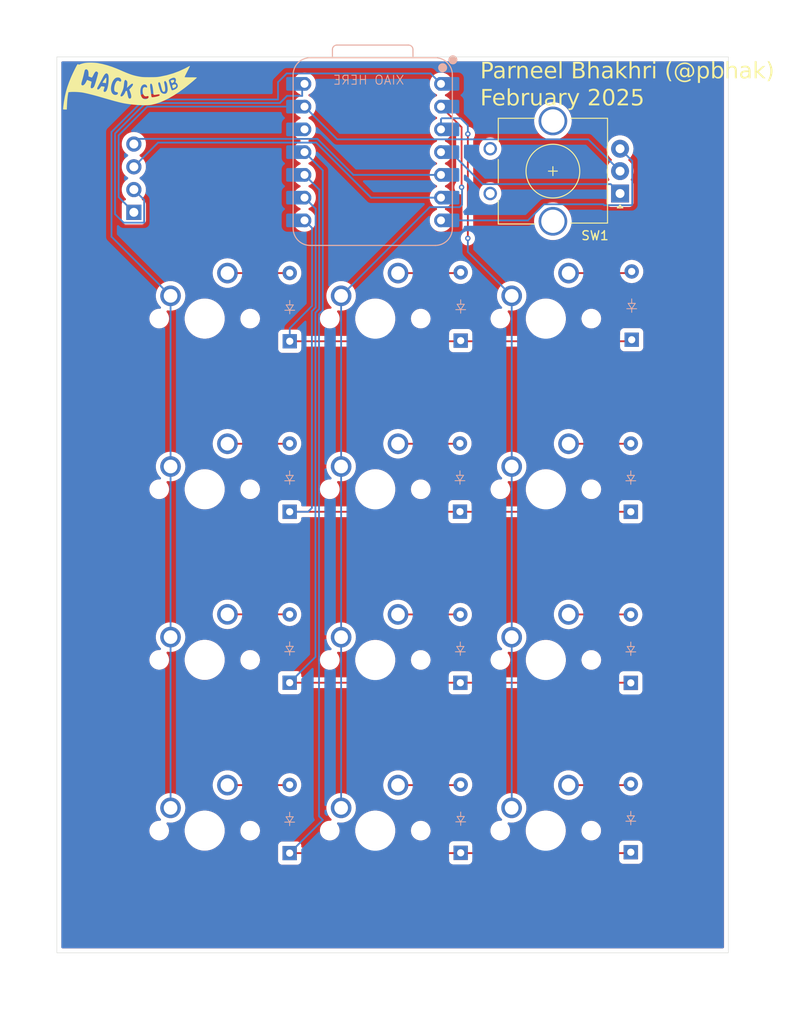
<source format=kicad_pcb>
(kicad_pcb (version 20240108) (generator "pcbnew") (generator_version "8.0")
  (layers (0 "F.Cu" signal) (31 "B.Cu" signal) (34 "B.Paste" user) (35 "F.Paste" user) (36 "B.SilkS" user "B.Silkscreen") (37 "F.SilkS" user "F.Silkscreen") (38 "B.Mask" user) (39 "F.Mask" user) (44 "Edge.Cuts" user))
  (net 0 "")
  (net 1 "Net-(D1-A)")
  (net 2 "Row 0")
  (net 3 "Net-(D2-A)")
  (net 4 "Net-(D3-A)")
  (net 5 "Net-(D4-A)")
  (net 6 "Row 1")
  (net 7 "Net-(D5-A)")
  (net 8 "Net-(D6-A)")
  (net 9 "Row 2")
  (net 10 "Net-(D7-A)")
  (net 11 "Net-(D8-A)")
  (net 12 "Net-(D9-A)")
  (net 13 "Net-(D10-A)")
  (net 14 "Row 3")
  (net 15 "Net-(D11-A)")
  (net 16 "Net-(D12-A)")
  (net 17 "Column 0")
  (net 18 "Column 1")
  (net 19 "Column 2")
  (net 21 "+5V")
  (net 22 "GND")
  (net 23 "SCL")
  (net 24 "SDA")
  (net 25 "Encoder 1")
  (net 26 "Encoder 0")
  (footprint "MX_Solderable:MX-Solderable-1U" (layer "F.Cu") (at 149.86 99.06)
    (property "Reference" "S8")
    (property "Value" "Keyswitch")
    (pad "" np_thru_hole circle (at -5.08 0 48.099) (size 1.7018 1.7018) (drill 1.7018) (layers "F&B.Cu" "*.Mask"))
    (pad "" np_thru_hole circle (at 0 0) (size 3.9878 3.9878) (drill 3.9878) (layers "*.Cu" "*.Mask"))
    (pad "" np_thru_hole circle (at 5.08 0 48.099) (size 1.7018 1.7018) (drill 1.7018) (layers "F&B.Cu" "*.Mask"))
    (pad "1" thru_hole circle (at -3.81 -2.54) (size 2.3 2.3) (drill 1.524) (layers "*.Cu" "B.Mask") (net 18 "Column 1"))
    (pad "2" thru_hole circle (at 2.54 -5.08) (size 2.3 2.3) (drill 1.524) (layers "*.Cu" "B.Mask") (net 11 "Net-(D8-A)"))
  )
  (footprint "MX_Solderable:MX-Solderable-1U" (layer "F.Cu") (at 168.9 118.11)
    (property "Reference" "S12")
    (property "Value" "Keyswitch")
    (pad "" np_thru_hole circle (at -5.08 0 48.099) (size 1.7018 1.7018) (drill 1.7018) (layers "F&B.Cu" "*.Mask"))
    (pad "" np_thru_hole circle (at 0 0) (size 3.9878 3.9878) (drill 3.9878) (layers "*.Cu" "*.Mask"))
    (pad "" np_thru_hole circle (at 5.08 0 48.099) (size 1.7018 1.7018) (drill 1.7018) (layers "F&B.Cu" "*.Mask"))
    (pad "1" thru_hole circle (at -3.81 -2.54) (size 2.3 2.3) (drill 1.524) (layers "*.Cu" "B.Mask") (net 19 "Column 2"))
    (pad "2" thru_hole circle (at 2.54 -5.08) (size 2.3 2.3) (drill 1.524) (layers "*.Cu" "B.Mask") (net 16 "Net-(D12-A)"))
  )
  (footprint "MX_Solderable:MX-Solderable-1U" (layer "F.Cu") (at 130.81 118.11)
    (property "Reference" "S10")
    (property "Value" "Keyswitch")
    (pad "" np_thru_hole circle (at -5.08 0 48.099) (size 1.7018 1.7018) (drill 1.7018) (layers "F&B.Cu" "*.Mask"))
    (pad "" np_thru_hole circle (at 0 0) (size 3.9878 3.9878) (drill 3.9878) (layers "*.Cu" "*.Mask"))
    (pad "" np_thru_hole circle (at 5.08 0 48.099) (size 1.7018 1.7018) (drill 1.7018) (layers "F&B.Cu" "*.Mask"))
    (pad "1" thru_hole circle (at -3.81 -2.54) (size 2.3 2.3) (drill 1.524) (layers "*.Cu" "B.Mask") (net 17 "Column 0"))
    (pad "2" thru_hole circle (at 2.54 -5.08) (size 2.3 2.3) (drill 1.524) (layers "*.Cu" "B.Mask") (net 13 "Net-(D10-A)"))
  )
  (footprint "MX_Solderable:MX-Solderable-1U" (layer "F.Cu") (at 149.86 118.11)
    (property "Reference" "S11")
    (property "Value" "Keyswitch")
    (pad "" np_thru_hole circle (at -5.08 0 48.099) (size 1.7018 1.7018) (drill 1.7018) (layers "F&B.Cu" "*.Mask"))
    (pad "" np_thru_hole circle (at 0 0) (size 3.9878 3.9878) (drill 3.9878) (layers "*.Cu" "*.Mask"))
    (pad "" np_thru_hole circle (at 5.08 0 48.099) (size 1.7018 1.7018) (drill 1.7018) (layers "F&B.Cu" "*.Mask"))
    (pad "1" thru_hole circle (at -3.81 -2.54) (size 2.3 2.3) (drill 1.524) (layers "*.Cu" "B.Mask") (net 18 "Column 1"))
    (pad "2" thru_hole circle (at 2.54 -5.08) (size 2.3 2.3) (drill 1.524) (layers "*.Cu" "B.Mask") (net 15 "Net-(D11-A)"))
  )
  (footprint "MX_Solderable:MX-Solderable-1U" (layer "F.Cu") (at 168.91 80.01)
    (property "Reference" "S6")
    (property "Value" "Keyswitch")
    (pad "" np_thru_hole circle (at -5.08 0 48.099) (size 1.7018 1.7018) (drill 1.7018) (layers "F&B.Cu" "*.Mask"))
    (pad "" np_thru_hole circle (at 0 0) (size 3.9878 3.9878) (drill 3.9878) (layers "*.Cu" "*.Mask"))
    (pad "" np_thru_hole circle (at 5.08 0 48.099) (size 1.7018 1.7018) (drill 1.7018) (layers "F&B.Cu" "*.Mask"))
    (pad "1" thru_hole circle (at -3.81 -2.54) (size 2.3 2.3) (drill 1.524) (layers "*.Cu" "B.Mask") (net 19 "Column 2"))
    (pad "2" thru_hole circle (at 2.54 -5.08) (size 2.3 2.3) (drill 1.524) (layers "*.Cu" "B.Mask") (net 8 "Net-(D6-A)"))
  )
  (footprint "Rotary_Encoder:RotaryEncoder_Alps_EC11E_Vertical_H20mm_CircularMountingHoles" (layer "F.Cu") (at 177.2 47 180)
    (property "Reference" "SW1" (at 2.8 -4.7 180) (layer "F.SilkS"))
    (property "Value" "RotaryEncoder")
    (pad "" thru_hole circle (at 14.5 0 180) (size 1.5 1.5) (drill 1) (layers "*.Cu" "*.Mask"))
    (pad "" thru_hole circle (at 14.5 5 180) (size 1.5 1.5) (drill 1) (layers "*.Cu" "*.Mask"))
    (pad "A" thru_hole rect (at 0 0 180) (size 2 2) (drill 1) (layers "*.Cu" "*.Mask") (net 26 "Encoder 0"))
    (pad "B" thru_hole circle (at 0 5 180) (size 2 2) (drill 1) (layers "*.Cu" "*.Mask") (net 25 "Encoder 1"))
    (pad "C" thru_hole circle (at 0 2.5 180) (size 2 2) (drill 1) (layers "*.Cu" "*.Mask") (net 22 "GND"))
    (pad "MP" thru_hole circle (at 7.5 -3.1 180) (size 3.2 3.2) (drill 2.6) (layers "*.Cu" "*.Mask"))
    (pad "MP" thru_hole circle (at 7.5 8.1 180) (size 3.2 3.2) (drill 2.6) (layers "*.Cu" "*.Mask"))
  )
  (footprint "MX_Solderable:MX-Solderable-1U" (layer "F.Cu") (at 168.91 99.06)
    (property "Reference" "S9")
    (property "Value" "Keyswitch")
    (pad "" np_thru_hole circle (at -5.08 0 48.099) (size 1.7018 1.7018) (drill 1.7018) (layers "F&B.Cu" "*.Mask"))
    (pad "" np_thru_hole circle (at 0 0) (size 3.9878 3.9878) (drill 3.9878) (layers "*.Cu" "*.Mask"))
    (pad "" np_thru_hole circle (at 5.08 0 48.099) (size 1.7018 1.7018) (drill 1.7018) (layers "F&B.Cu" "*.Mask"))
    (pad "1" thru_hole circle (at -3.81 -2.54) (size 2.3 2.3) (drill 1.524) (layers "*.Cu" "B.Mask") (net 19 "Column 2"))
    (pad "2" thru_hole circle (at 2.54 -5.08) (size 2.3 2.3) (drill 1.524) (layers "*.Cu" "B.Mask") (net 12 "Net-(D9-A)"))
  )
  (footprint "MX_Solderable:MX-Solderable-1U" (layer "F.Cu") (at 130.81 60.96)
    (property "Reference" "S1")
    (property "Value" "Keyswitch")
    (pad "" np_thru_hole circle (at -5.08 0 48.099) (size 1.7018 1.7018) (drill 1.7018) (layers "F&B.Cu" "*.Mask"))
    (pad "" np_thru_hole circle (at 0 0) (size 3.9878 3.9878) (drill 3.9878) (layers "*.Cu" "*.Mask"))
    (pad "" np_thru_hole circle (at 5.08 0 48.099) (size 1.7018 1.7018) (drill 1.7018) (layers "F&B.Cu" "*.Mask"))
    (pad "1" thru_hole circle (at -3.81 -2.54) (size 2.3 2.3) (drill 1.524) (layers "*.Cu" "B.Mask") (net 17 "Column 0"))
    (pad "2" thru_hole circle (at 2.54 -5.08) (size 2.3 2.3) (drill 1.524) (layers "*.Cu" "B.Mask") (net 1 "Net-(D1-A)"))
  )
  (footprint "MX_Solderable:MX-Solderable-1U" (layer "F.Cu") (at 149.86 80.01)
    (property "Reference" "S5")
    (property "Value" "Keyswitch")
    (pad "" np_thru_hole circle (at -5.08 0 48.099) (size 1.7018 1.7018) (drill 1.7018) (layers "F&B.Cu" "*.Mask"))
    (pad "" np_thru_hole circle (at 0 0) (size 3.9878 3.9878) (drill 3.9878) (layers "*.Cu" "*.Mask"))
    (pad "" np_thru_hole circle (at 5.08 0 48.099) (size 1.7018 1.7018) (drill 1.7018) (layers "F&B.Cu" "*.Mask"))
    (pad "1" thru_hole circle (at -3.81 -2.54) (size 2.3 2.3) (drill 1.524) (layers "*.Cu" "B.Mask") (net 18 "Column 1"))
    (pad "2" thru_hole circle (at 2.54 -5.08) (size 2.3 2.3) (drill 1.524) (layers "*.Cu" "B.Mask") (net 7 "Net-(D5-A)"))
  )
  (footprint "LOGO" (layer "F.Cu") (at 122.5 35)
    (property "Reference" "G***" (hide yes))
    (property "Value" "LOGO" (hide yes))
  )
  (footprint "MX_Solderable:MX-Solderable-1U" (layer "F.Cu") (at 130.81 99.05)
    (property "Reference" "S7")
    (property "Value" "Keyswitch")
    (pad "" np_thru_hole circle (at -5.08 0 48.099) (size 1.7018 1.7018) (drill 1.7018) (layers "F&B.Cu" "*.Mask"))
    (pad "" np_thru_hole circle (at 0 0) (size 3.9878 3.9878) (drill 3.9878) (layers "*.Cu" "*.Mask"))
    (pad "" np_thru_hole circle (at 5.08 0 48.099) (size 1.7018 1.7018) (drill 1.7018) (layers "F&B.Cu" "*.Mask"))
    (pad "1" thru_hole circle (at -3.81 -2.54) (size 2.3 2.3) (drill 1.524) (layers "*.Cu" "B.Mask") (net 17 "Column 0"))
    (pad "2" thru_hole circle (at 2.54 -5.08) (size 2.3 2.3) (drill 1.524) (layers "*.Cu" "B.Mask") (net 10 "Net-(D7-A)"))
  )
  (footprint "MX_Solderable:MX-Solderable-1U" (layer "F.Cu") (at 149.86 60.96)
    (property "Reference" "S2")
    (property "Value" "Keyswitch")
    (pad "" np_thru_hole circle (at -5.08 0 48.099) (size 1.7018 1.7018) (drill 1.7018) (layers "F&B.Cu" "*.Mask"))
    (pad "" np_thru_hole circle (at 0 0) (size 3.9878 3.9878) (drill 3.9878) (layers "*.Cu" "*.Mask"))
    (pad "" np_thru_hole circle (at 5.08 0 48.099) (size 1.7018 1.7018) (drill 1.7018) (layers "F&B.Cu" "*.Mask"))
    (pad "1" thru_hole circle (at -3.81 -2.54) (size 2.3 2.3) (drill 1.524) (layers "*.Cu" "B.Mask") (net 18 "Column 1"))
    (pad "2" thru_hole circle (at 2.54 -5.08) (size 2.3 2.3) (drill 1.524) (layers "*.Cu" "B.Mask") (net 3 "Net-(D2-A)"))
  )
  (footprint "MX_Solderable:MX-Solderable-1U" (layer "F.Cu") (at 168.91 60.96)
    (property "Reference" "S3")
    (property "Value" "Keyswitch")
    (pad "" np_thru_hole circle (at -5.08 0 48.099) (size 1.7018 1.7018) (drill 1.7018) (layers "F&B.Cu" "*.Mask"))
    (pad "" np_thru_hole circle (at 0 0) (size 3.9878 3.9878) (drill 3.9878) (layers "*.Cu" "*.Mask"))
    (pad "" np_thru_hole circle (at 5.08 0 48.099) (size 1.7018 1.7018) (drill 1.7018) (layers "F&B.Cu" "*.Mask"))
    (pad "1" thru_hole circle (at -3.81 -2.54) (size 2.3 2.3) (drill 1.524) (layers "*.Cu" "B.Mask") (net 19 "Column 2"))
    (pad "2" thru_hole circle (at 2.54 -5.08) (size 2.3 2.3) (drill 1.524) (layers "*.Cu" "B.Mask") (net 4 "Net-(D3-A)"))
  )
  (footprint "MX_Solderable:MX-Solderable-1U" (layer "F.Cu") (at 130.81 80.01)
    (property "Reference" "S4")
    (property "Value" "Keyswitch")
    (pad "" np_thru_hole circle (at -5.08 0 48.099) (size 1.7018 1.7018) (drill 1.7018) (layers "F&B.Cu" "*.Mask"))
    (pad "" np_thru_hole circle (at 0 0) (size 3.9878 3.9878) (drill 3.9878) (layers "*.Cu" "*.Mask"))
    (pad "" np_thru_hole circle (at 5.08 0 48.099) (size 1.7018 1.7018) (drill 1.7018) (layers "F&B.Cu" "*.Mask"))
    (pad "1" thru_hole circle (at -3.81 -2.54) (size 2.3 2.3) (drill 1.524) (layers "*.Cu" "B.Mask") (net 17 "Column 0"))
    (pad "2" thru_hole circle (at 2.54 -5.08) (size 2.3 2.3) (drill 1.524) (layers "*.Cu" "B.Mask") (net 5 "Net-(D4-A)"))
  )
  (footprint "ScottoKeebs_Components:OLED_128x32" (layer "F.Cu") (at 121.3 39.3)
    (property "Reference" "J1" (hide yes))
    (property "Value" "128x32")
    (pad "1" thru_hole rect (at 1.6 9.8 180) (size 1.7 1.7) (drill 1) (layers "*.Cu" "*.Mask") (net 22 "GND"))
    (pad "2" thru_hole oval (at 1.6 7.26 180) (size 1.7 1.7) (drill 1) (layers "*.Cu" "*.Mask") (net 21 "+5V"))
    (pad "3" thru_hole oval (at 1.6 4.72 180) (size 1.7 1.7) (drill 1) (layers "*.Cu" "*.Mask") (net 23 "SCL"))
    (pad "4" thru_hole oval (at 1.6 2.18 180) (size 1.7 1.7) (drill 1) (layers "*.Cu" "*.Mask") (net 24 "SDA"))
  )
  (footprint "ScottoKeebs_Components:Diode_DO-35" (layer "B.Cu") (at 159.36 101.61 90)
    (property "Reference" "D8" (hide yes))
    (property "Value" "Diode" (hide yes))
    (pad "1" thru_hole rect (at 0 0 90) (size 1.6 1.6) (drill 0.8) (layers "*.Cu" "*.Mask") (net 9 "Row 2"))
    (pad "2" thru_hole oval (at 7.62 0 90) (size 1.6 1.6) (drill 0.8) (layers "*.Cu" "*.Mask") (net 11 "Net-(D8-A)"))
  )
  (footprint "ScottoKeebs_Components:Diode_DO-35" (layer "B.Cu") (at 178.4 82.52 90)
    (property "Reference" "D6" (hide yes))
    (property "Value" "Diode" (hide yes))
    (pad "1" thru_hole rect (at 0 0 90) (size 1.6 1.6) (drill 0.8) (layers "*.Cu" "*.Mask") (net 6 "Row 1"))
    (pad "2" thru_hole oval (at 7.62 0 90) (size 1.6 1.6) (drill 0.8) (layers "*.Cu" "*.Mask") (net 8 "Net-(D6-A)"))
  )
  (footprint "ScottoKeebs_Components:Diode_DO-35" (layer "B.Cu") (at 140.31 63.49 90)
    (property "Reference" "D1" (hide yes))
    (property "Value" "Diode" (hide yes))
    (pad "1" thru_hole rect (at 0 0 90) (size 1.6 1.6) (drill 0.8) (layers "*.Cu" "*.Mask") (net 2 "Row 0"))
    (pad "2" thru_hole oval (at 7.62 0 90) (size 1.6 1.6) (drill 0.8) (layers "*.Cu" "*.Mask") (net 1 "Net-(D1-A)"))
  )
  (footprint "ScottoKeebs_Components:Diode_DO-35" (layer "B.Cu") (at 159.4 63.42 90)
    (property "Reference" "D2" (hide yes))
    (property "Value" "Diode" (hide yes))
    (pad "1" thru_hole rect (at 0 0 90) (size 1.6 1.6) (drill 0.8) (layers "*.Cu" "*.Mask") (net 2 "Row 0"))
    (pad "2" thru_hole oval (at 7.62 0 90) (size 1.6 1.6) (drill 0.8) (layers "*.Cu" "*.Mask") (net 3 "Net-(D2-A)"))
  )
  (footprint "ScottoKeebs_Components:Diode_DO-35" (layer "B.Cu") (at 159.32 82.51 90)
    (property "Reference" "D5" (hide yes))
    (property "Value" "Diode" (hide yes))
    (pad "1" thru_hole rect (at 0 0 90) (size 1.6 1.6) (drill 0.8) (layers "*.Cu" "*.Mask") (net 6 "Row 1"))
    (pad "2" thru_hole oval (at 7.62 0 90) (size 1.6 1.6) (drill 0.8) (layers "*.Cu" "*.Mask") (net 7 "Net-(D5-A)"))
  )
  (footprint "OPL:XIAO-RP2040-DIP" (layer "B.Cu") (at 149.58 42.38 180)
    (property "Reference" "U1" (hide yes))
    (property "Value" "XIAO-RP2040-DIP" (hide yes))
    (pad "1" smd roundrect (at -8.455 7.62) (size 2.432 1.524) (layers "B.Cu" "B.Mask") (roundrect_rratio 0.1) (net 17 "Column 0"))
    (pad "1" thru_hole circle (at -7.62 7.62) (size 1.524 1.524) (drill 0.889) (layers "*.Cu" "*.Mask") (net 17 "Column 0"))
    (pad "2" smd roundrect (at -8.455 5.08) (size 2.432 1.524) (layers "B.Cu" "B.Mask") (roundrect_rratio 0.1) (net 18 "Column 1"))
    (pad "2" thru_hole circle (at -7.62 5.08) (size 1.524 1.524) (drill 0.889) (layers "*.Cu" "*.Mask") (net 18 "Column 1"))
    (pad "3" smd roundrect (at -8.455 2.54) (size 2.432 1.524) (layers "B.Cu" "B.Mask") (roundrect_rratio 0.1) (net 19 "Column 2"))
    (pad "3" thru_hole circle (at -7.62 2.54) (size 1.524 1.524) (drill 0.889) (layers "*.Cu" "*.Mask") (net 19 "Column 2"))
    (pad "4" smd roundrect (at -8.455 0) (size 2.432 1.524) (layers "B.Cu" "B.Mask") (roundrect_rratio 0.1) (net 26 "Encoder 0"))
    (pad "4" thru_hole circle (at -7.62 0) (size 1.524 1.524) (drill 0.889) (layers "*.Cu" "*.Mask") (net 26 "Encoder 0"))
    (pad "5" smd roundrect (at -8.455 -2.54) (size 2.432 1.524) (layers "B.Cu" "B.Mask") (roundrect_rratio 0.1) (net 24 "SDA"))
    (pad "5" thru_hole circle (at -7.62 -2.54) (size 1.524 1.524) (drill 0.889) (layers "*.Cu" "*.Mask") (net 24 "SDA"))
    (pad "6" smd roundrect (at -8.455 -5.08) (size 2.432 1.524) (layers "B.Cu" "B.Mask") (roundrect_rratio 0.1) (net 23 "SCL"))
    (pad "6" thru_hole circle (at -7.62 -5.08) (size 1.524 1.524) (drill 0.889) (layers "*.Cu" "*.Mask") (net 23 "SCL"))
    (pad "7" smd roundrect (at -8.455 -7.62) (size 2.432 1.524) (layers "B.Cu" "B.Mask") (roundrect_rratio 0.1) (net 25 "Encoder 1"))
    (pad "7" thru_hole circle (at -7.62 -7.62) (size 1.524 1.524) (drill 0.889) (layers "*.Cu" "*.Mask") (net 25 "Encoder 1"))
    (pad "8" thru_hole circle (at 7.62 -7.62 180) (size 1.524 1.524) (drill 0.889) (layers "*.Cu" "*.Mask") (net 2 "Row 0"))
    (pad "8" smd roundrect (at 8.455 -7.62 180) (size 2.432 1.524) (layers "B.Cu" "B.Mask") (roundrect_rratio 0.1) (net 2 "Row 0"))
    (pad "9" thru_hole circle (at 7.62 -5.08 180) (size 1.524 1.524) (drill 0.889) (layers "*.Cu" "*.Mask") (net 6 "Row 1"))
    (pad "9" smd roundrect (at 8.455 -5.08 180) (size 2.432 1.524) (layers "B.Cu" "B.Mask") (roundrect_rratio 0.1) (net 6 "Row 1"))
    (pad "10" thru_hole circle (at 7.62 -2.54 180) (size 1.524 1.524) (drill 0.889) (layers "*.Cu" "*.Mask") (net 9 "Row 2"))
    (pad "10" smd roundrect (at 8.455 -2.54 180) (size 2.432 1.524) (layers "B.Cu" "B.Mask") (roundrect_rratio 0.1) (net 9 "Row 2"))
    (pad "11" thru_hole circle (at 7.62 0 180) (size 1.524 1.524) (drill 0.889) (layers "*.Cu" "*.Mask") (net 14 "Row 3"))
    (pad "11" smd roundrect (at 8.455 0 180) (size 2.432 1.524) (layers "B.Cu" "B.Mask") (roundrect_rratio 0.1) (net 14 "Row 3"))
    (pad "12" thru_hole circle (at 7.62 2.54 180) (size 1.524 1.524) (drill 0.889) (layers "*.Cu" "*.Mask"))
    (pad "12" smd roundrect (at 8.455 2.54 180) (size 2.432 1.524) (layers "B.Cu" "B.Mask") (roundrect_rratio 0.1))
    (pad "13" thru_hole circle (at 7.62 5.08 180) (size 1.524 1.524) (drill 0.889) (layers "*.Cu" "*.Mask") (net 22 "GND"))
    (pad "13" smd roundrect (at 8.455 5.08 180) (size 2.432 1.524) (layers "B.Cu" "B.Mask") (roundrect_rratio 0.1) (net 22 "GND"))
    (pad "14" thru_hole circle (at 7.62 7.62 180) (size 1.524 1.524) (drill 0.889) (layers "*.Cu" "*.Mask") (net 21 "+5V"))
    (pad "14" smd roundrect (at 8.455 7.62 180) (size 2.432 1.524) (layers "B.Cu" "B.Mask") (roundrect_rratio 0.1) (net 21 "+5V"))
  )
  (footprint "ScottoKeebs_Components:Diode_DO-35" (layer "B.Cu") (at 159.4 120.59 90)
    (property "Reference" "D11" (hide yes))
    (property "Value" "Diode" (hide yes))
    (pad "1" thru_hole rect (at 0 0 90) (size 1.6 1.6) (drill 0.8) (layers "*.Cu" "*.Mask") (net 14 "Row 3"))
    (pad "2" thru_hole oval (at 7.62 0 90) (size 1.6 1.6) (drill 0.8) (layers "*.Cu" "*.Mask") (net 15 "Net-(D11-A)"))
  )
  (footprint "ScottoKeebs_Components:Diode_DO-35" (layer "B.Cu") (at 140.3 101.6 90)
    (property "Reference" "D7" (hide yes))
    (property "Value" "Diode" (hide yes))
    (pad "1" thru_hole rect (at 0 0 90) (size 1.6 1.6) (drill 0.8) (layers "*.Cu" "*.Mask") (net 9 "Row 2"))
    (pad "2" thru_hole oval (at 7.62 0 90) (size 1.6 1.6) (drill 0.8) (layers "*.Cu" "*.Mask") (net 10 "Net-(D7-A)"))
  )
  (footprint "ScottoKeebs_Components:Diode_DO-35" (layer "B.Cu") (at 140.3 82.52 90)
    (property "Reference" "D4" (hide yes))
    (property "Value" "Diode" (hide yes))
    (pad "1" thru_hole rect (at 0 0 90) (size 1.6 1.6) (drill 0.8) (layers "*.Cu" "*.Mask") (net 6 "Row 1"))
    (pad "2" thru_hole oval (at 7.62 0 90) (size 1.6 1.6) (drill 0.8) (layers "*.Cu" "*.Mask") (net 5 "Net-(D4-A)"))
  )
  (footprint "ScottoKeebs_Components:Diode_DO-35" (layer "B.Cu") (at 140.3 120.62 90)
    (property "Reference" "D10" (hide yes))
    (property "Value" "Diode" (hide yes))
    (pad "1" thru_hole rect (at 0 0 90) (size 1.6 1.6) (drill 0.8) (layers "*.Cu" "*.Mask") (net 14 "Row 3"))
    (pad "2" thru_hole oval (at 7.62 0 90) (size 1.6 1.6) (drill 0.8) (layers "*.Cu" "*.Mask") (net 13 "Net-(D10-A)"))
  )
  (footprint "ScottoKeebs_Components:Diode_DO-35" (layer "B.Cu") (at 178.4 120.52 90)
    (property "Reference" "D12" (hide yes))
    (property "Value" "Diode" (hide yes))
    (pad "1" thru_hole rect (at 0 0 90) (size 1.6 1.6) (drill 0.8) (layers "*.Cu" "*.Mask") (net 14 "Row 3"))
    (pad "2" thru_hole oval (at 7.62 0 90) (size 1.6 1.6) (drill 0.8) (layers "*.Cu" "*.Mask") (net 16 "Net-(D12-A)"))
  )
  (footprint "ScottoKeebs_Components:Diode_DO-35" (layer "B.Cu") (at 178.5 63.32 90)
    (property "Reference" "D3" (hide yes))
    (property "Value" "Diode" (hide yes))
    (pad "1" thru_hole rect (at 0 0 90) (size 1.6 1.6) (drill 0.8) (layers "*.Cu" "*.Mask") (net 2 "Row 0"))
    (pad "2" thru_hole oval (at 7.62 0 90) (size 1.6 1.6) (drill 0.8) (layers "*.Cu" "*.Mask") (net 4 "Net-(D3-A)"))
  )
  (footprint "ScottoKeebs_Components:Diode_DO-35" (layer "B.Cu") (at 178.4 101.62 90)
    (property "Reference" "D9" (hide yes))
    (property "Value" "Diode" (hide yes))
    (pad "1" thru_hole rect (at 0 0 90) (size 1.6 1.6) (drill 0.8) (layers "*.Cu" "*.Mask") (net 9 "Row 2"))
    (pad "2" thru_hole oval (at 7.62 0 90) (size 1.6 1.6) (drill 0.8) (layers "*.Cu" "*.Mask") (net 12 "Net-(D9-A)"))
  )
  (gr_rect (start 114.3 31.75) (end 189.3 131.75) (stroke (width 0.05)) (fill none) (layer "Edge.Cuts"))
  (gr_text "XIAO HERE\n" (at 153.162 34.925 0) (layer "B.SilkS") (effects (font (size 1 1) (thickness 0.1)) (justify left bottom mirror)))
  (gr_text "Parneel Bhakhri (@pbhak)\nFebruary 2025" (at 161.57 37.47 0) (layer "F.SilkS") (effects (font (size 1.8 1.8) (thickness 0.1)) (justify left bottom)))
  (segment (start 133.35 55.88) (end 140.3 55.88) (width 0.2) (layer "F.Cu") (net 1))
  (segment (start 140.31 63.49) (end 178.33 63.49) (width 0.2) (layer "F.Cu") (net 2))
  (segment (start 141.96 50) (end 142.8 50.84) (width 0.2) (layer "B.Cu") (net 2))
  (segment (start 142.8 59.544613) (end 140.31 62.034613) (width 0.2) (layer "B.Cu") (net 2))
  (segment (start 142.8 50.84) (end 142.8 59.544613) (width 0.2) (layer "B.Cu") (net 2))
  (segment (start 140.31 62.034613) (end 140.31 63.49) (width 0.2) (layer "B.Cu") (net 2))
  (segment (start 152.4 55.88) (end 159.32 55.88) (width 0.2) (layer "F.Cu") (net 3))
  (segment (start 171.45 55.88) (end 178.32 55.88) (width 0.2) (layer "F.Cu") (net 4))
  (segment (start 133.35 74.93) (end 140.27 74.93) (width 0.2) (layer "F.Cu") (net 5))
  (segment (start 140.3 82.52) (end 178.4 82.52) (width 0.2) (layer "F.Cu") (net 6))
  (segment (start 141.96 47.46) (end 143.2 48.7) (width 0.2) (layer "B.Cu") (net 6))
  (segment (start 143.2 48.7) (end 143.2 59.710299) (width 0.2) (layer "B.Cu") (net 6))
  (segment (start 142.3591 82.52) (end 140.3 82.52) (width 0.2) (layer "B.Cu") (net 6))
  (segment (start 142.7791 60.131199) (end 142.7791 82.1) (width 0.2) (layer "B.Cu") (net 6))
  (segment (start 142.7791 82.1) (end 142.3591 82.52) (width 0.2) (layer "B.Cu") (net 6))
  (segment (start 143.2 59.710299) (end 142.7791 60.131199) (width 0.2) (layer "B.Cu") (net 6))
  (segment (start 152.4 74.93) (end 159.28 74.93) (width 0.2) (layer "F.Cu") (net 7))
  (segment (start 171.45 74.93) (end 178.37 74.93) (width 0.2) (layer "F.Cu") (net 8))
  (segment (start 140.3 101.6) (end 178.38 101.6) (width 0.2) (layer "F.Cu") (net 9))
  (segment (start 143.1791 98.7209) (end 140.3 101.6) (width 0.2) (layer "B.Cu") (net 9))
  (segment (start 143.6 46.56) (end 143.6 59.875985) (width 0.2) (layer "B.Cu") (net 9))
  (segment (start 141.96 44.92) (end 143.6 46.56) (width 0.2) (layer "B.Cu") (net 9))
  (segment (start 143.6 59.875985) (end 143.1791 60.296885) (width 0.2) (layer "B.Cu") (net 9))
  (segment (start 143.1791 60.296885) (end 143.1791 98.7209) (width 0.2) (layer "B.Cu") (net 9))
  (segment (start 133.35 93.97) (end 140.29 93.97) (width 0.2) (layer "F.Cu") (net 10))
  (segment (start 152.4 93.98) (end 159.35 93.98) (width 0.2) (layer "F.Cu") (net 11))
  (segment (start 171.45 93.98) (end 178.38 93.98) (width 0.2) (layer "F.Cu") (net 12))
  (segment (start 133.35 113.03) (end 140.27 113.03) (width 0.2) (layer "F.Cu") (net 13))
  (segment (start 140.3 120.62) (end 178.3 120.62) (width 0.2) (layer "F.Cu") (net 14))
  (segment (start 144 44.42) (end 141.96 42.38) (width 0.2) (layer "B.Cu") (net 14))
  (segment (start 144 60.041671) (end 144 44.42) (width 0.2) (layer "B.Cu") (net 14))
  (segment (start 144 116.92) (end 143.5791 116.4991) (width 0.2) (layer "B.Cu") (net 14))
  (segment (start 143.5791 60.462571) (end 144 60.041671) (width 0.2) (layer "B.Cu") (net 14))
  (segment (start 143.5791 116.4991) (end 143.5791 60.462571) (width 0.2) (layer "B.Cu") (net 14))
  (segment (start 140.3 120.62) (end 144 116.92) (width 0.2) (layer "B.Cu") (net 14))
  (segment (start 152.4 113.03) (end 159.34 113.03) (width 0.2) (layer "F.Cu") (net 15))
  (segment (start 171.44 113.03) (end 178.27 113.03) (width 0.2) (layer "F.Cu") (net 16))
  (segment (start 127 58.42) (end 127 115.57) (width 0.2) (layer "B.Cu") (net 17))
  (segment (start 120.4 51.82) (end 120.4 40.134314) (width 0.2) (layer "B.Cu") (net 17))
  (segment (start 127 58.42) (end 120.4 51.82) (width 0.2) (layer "B.Cu") (net 17))
  (segment (start 120.4 40.134314) (end 124.034314 36.5) (width 0.2) (layer "B.Cu") (net 17))
  (segment (start 156.04 33.6) (end 157.2 34.76) (width 0.2) (layer "B.Cu") (net 17))
  (segment (start 139 36.5) (end 139 34.567786) (width 0.2) (layer "B.Cu") (net 17))
  (segment (start 139 34.567786) (end 139.967786 33.6) (width 0.2) (layer "B.Cu") (net 17))
  (segment (start 124.034314 36.5) (end 139 36.5) (width 0.2) (layer "B.Cu") (net 17))
  (segment (start 139.967786 33.6) (end 156.04 33.6) (width 0.2) (layer "B.Cu") (net 17))
  (segment (start 159.5 39.6) (end 157.2 37.3) (width 0.2) (layer "F.Cu") (net 18))
  (segment (start 159.5 46.3) (end 159.5 39.6) (width 0.2) (layer "F.Cu") (net 18))
  (via (at 159.5 46.3) (size 0.6) (drill 0.3) (layers "F.Cu" "B.Cu") (net 18))
  (segment (start 159.290214 48.522) (end 159.551 48.261214) (width 0.2) (layer "B.Cu") (net 18))
  (segment (start 146.05 58.42) (end 146.05 115.57) (width 0.2) (layer "B.Cu") (net 18))
  (segment (start 146.05 58.42) (end 155.948 48.522) (width 0.2) (layer "B.Cu") (net 18))
  (segment (start 159.551 48.261214) (end 159.551 46.351) (width 0.2) (layer "B.Cu") (net 18))
  (segment (start 155.948 48.522) (end 159.290214 48.522) (width 0.2) (layer "B.Cu") (net 18))
  (segment (start 159.551 46.351) (end 159.5 46.3) (width 0.2) (layer "B.Cu") (net 18))
  (segment (start 160.2 52) (end 160.2 40.35) (width 0.2) (layer "F.Cu") (net 19))
  (via (at 160.2 40.35) (size 0.6) (drill 0.3) (layers "F.Cu" "B.Cu") (net 19))
  (via (at 160.2 52) (size 0.6) (drill 0.3) (layers "F.Cu" "B.Cu") (net 19))
  (segment (start 157.2 38.7) (end 157.2 39.84) (width 0.2) (layer "B.Cu") (net 19))
  (segment (start 165.1 58.42) (end 165.1 115.56) (width 0.2) (layer "B.Cu") (net 19))
  (segment (start 160.2 53.52) (end 160.2 52) (width 0.2) (layer "B.Cu") (net 19))
  (segment (start 160.2 39.4) (end 159.4 38.6) (width 0.2) (layer "B.Cu") (net 19))
  (segment (start 165.1 58.42) (end 160.2 53.52) (width 0.2) (layer "B.Cu") (net 19))
  (segment (start 160.2 40.35) (end 160.2 39.4) (width 0.2) (layer "B.Cu") (net 19))
  (segment (start 159.4 38.6) (end 157.3 38.6) (width 0.2) (layer "B.Cu") (net 19))
  (segment (start 157.3 38.6) (end 157.2 38.7) (width 0.2) (layer "B.Cu") (net 19))
  (segment (start 139.207786 36.9) (end 140.007786 36.1) (width 0.2) (layer "B.Cu") (net 21))
  (segment (start 124.2 36.9) (end 139.207786 36.9) (width 0.2) (layer "B.Cu") (net 21))
  (segment (start 121.75 50.25) (end 120.8 49.3) (width 0.2) (layer "B.Cu") (net 21))
  (segment (start 124.05 50.25) (end 121.75 50.25) (width 0.2) (layer "B.Cu") (net 21))
  (segment (start 141.7 36.1) (end 141.7 35.02) (width 0.2) (layer "B.Cu") (net 21))
  (segment (start 120.8 40.3) (end 124.2 36.9) (width 0.2) (layer "B.Cu") (net 21))
  (segment (start 122.9 46.56) (end 124.05 47.71) (width 0.2) (layer "B.Cu") (net 21))
  (segment (start 140.007786 36.1) (end 141.7 36.1) (width 0.2) (layer "B.Cu") (net 21))
  (segment (start 124.05 47.71) (end 124.05 50.25) (width 0.2) (layer "B.Cu") (net 21))
  (segment (start 120.8 49.3) (end 120.8 40.3) (width 0.2) (layer "B.Cu") (net 21))
  (segment (start 122.9 49.1) (end 121.2 47.4) (width 0.2) (layer "B.Cu") (net 22))
  (segment (start 145.61 40.95) (end 141.96 37.3) (width 0.2) (layer "B.Cu") (net 22))
  (segment (start 173.65 40.95) (end 145.61 40.95) (width 0.2) (layer "B.Cu") (net 22))
  (segment (start 177.2 44.5) (end 173.65 40.95) (width 0.2) (layer "B.Cu") (net 22))
  (segment (start 121.2 40.5) (end 124.4 37.3) (width 0.2) (layer "B.Cu") (net 22))
  (segment (start 121.2 47.4) (end 121.2 40.5) (width 0.2) (layer "B.Cu") (net 22))
  (segment (start 124.4 37.3) (end 141.96 37.3) (width 0.2) (layer "B.Cu") (net 22))
  (segment (start 122.9 44.02) (end 125.602 41.318) (width 0.2) (layer "B.Cu") (net 23))
  (segment (start 143.252314 41.318) (end 149.394314 47.46) (width 0.2) (layer "B.Cu") (net 23))
  (segment (start 149.394314 47.46) (end 157.2 47.46) (width 0.2) (layer "B.Cu") (net 23))
  (segment (start 125.602 41.318) (end 143.252314 41.318) (width 0.2) (layer "B.Cu") (net 23))
  (segment (start 123.48 40.9) (end 122.9 41.48) (width 0.2) (layer "B.Cu") (net 24))
  (segment (start 139.867786 40.9) (end 123.48 40.9) (width 0.2) (layer "B.Cu") (net 24))
  (segment (start 157.2 44.92) (end 147.42 44.92) (width 0.2) (layer "B.Cu") (net 24))
  (segment (start 147.42 44.92) (end 143.402 40.902) (width 0.2) (layer "B.Cu") (net 24))
  (segment (start 139.869786 40.902) (end 139.867786 40.9) (width 0.2) (layer "B.Cu") (net 24))
  (segment (start 143.402 40.902) (end 139.869786 40.902) (width 0.2) (layer "B.Cu") (net 24))
  (segment (start 166.912994 50) (end 168.712994 48.2) (width 0.2) (layer "B.Cu") (net 25))
  (segment (start 178.5 48.3) (end 178.562 48.238) (width 0.2) (layer "B.Cu") (net 25))
  (segment (start 178.562 43.362) (end 177.2 42) (width 0.2) (layer "B.Cu") (net 25))
  (segment (start 178.562 48.238) (end 178.562 43.362) (width 0.2) (layer "B.Cu") (net 25))
  (segment (start 168.712994 48.2) (end 175.327 48.2) (width 0.2) (layer "B.Cu") (net 25))
  (segment (start 157.2 50) (end 166.912994 50) (width 0.2) (layer "B.Cu") (net 25))
  (segment (start 175.427 48.3) (end 178.5 48.3) (width 0.2) (layer "B.Cu") (net 25))
  (segment (start 175.327 48.2) (end 175.427 48.3) (width 0.2) (layer "B.Cu") (net 25))
  (segment (start 177.2 47) (end 176.15 45.95) (width 0.2) (layer "B.Cu") (net 26))
  (segment (start 176.15 45.95) (end 161.84763 45.95) (width 0.2) (layer "B.Cu") (net 26))
  (segment (start 161.84763 45.95) (end 158.27763 42.38) (width 0.2) (layer "B.Cu") (net 26))
  (zone (net 0) (net_name "") (layers "F&B.Cu") (connect_pads (clearance 0.5)) (min_thickness 0.25) (fill yes (thermal_gap 0.5) (thermal_bridge_width 0.5) (island_removal_mode 1) (island_area_min 10))
    (polygon (pts (xy 107.95 25.4) (xy 196.85 25.4) (xy 196.85 139.7) (xy 107.95 139.7)))
  )
)
</source>
